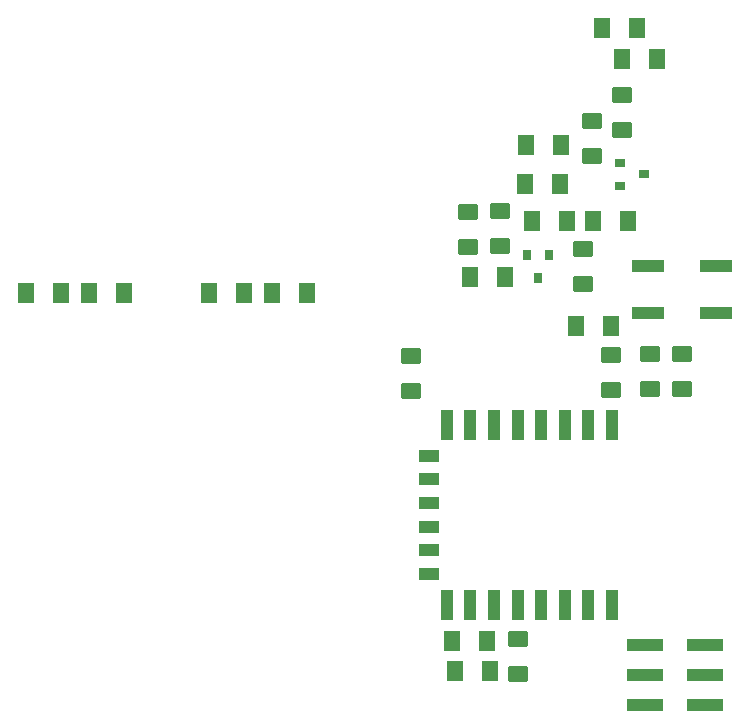
<source format=gtp>
%TF.GenerationSoftware,KiCad,Pcbnew,(6.0.1)*%
%TF.CreationDate,2022-01-24T21:35:52+01:00*%
%TF.ProjectId,SmartSwitch,536d6172-7453-4776-9974-63682e6b6963,rev?*%
%TF.SameCoordinates,Original*%
%TF.FileFunction,Paste,Top*%
%TF.FilePolarity,Positive*%
%FSLAX46Y46*%
G04 Gerber Fmt 4.6, Leading zero omitted, Abs format (unit mm)*
G04 Created by KiCad (PCBNEW (6.0.1)) date 2022-01-24 21:35:52*
%MOMM*%
%LPD*%
G01*
G04 APERTURE LIST*
G04 Aperture macros list*
%AMRoundRect*
0 Rectangle with rounded corners*
0 $1 Rounding radius*
0 $2 $3 $4 $5 $6 $7 $8 $9 X,Y pos of 4 corners*
0 Add a 4 corners polygon primitive as box body*
4,1,4,$2,$3,$4,$5,$6,$7,$8,$9,$2,$3,0*
0 Add four circle primitives for the rounded corners*
1,1,$1+$1,$2,$3*
1,1,$1+$1,$4,$5*
1,1,$1+$1,$6,$7*
1,1,$1+$1,$8,$9*
0 Add four rect primitives between the rounded corners*
20,1,$1+$1,$2,$3,$4,$5,0*
20,1,$1+$1,$4,$5,$6,$7,0*
20,1,$1+$1,$6,$7,$8,$9,0*
20,1,$1+$1,$8,$9,$2,$3,0*%
G04 Aperture macros list end*
%ADD10R,1.000000X2.500000*%
%ADD11R,1.800000X1.000000*%
%ADD12RoundRect,0.250001X0.462499X0.624999X-0.462499X0.624999X-0.462499X-0.624999X0.462499X-0.624999X0*%
%ADD13RoundRect,0.250001X0.624999X-0.462499X0.624999X0.462499X-0.624999X0.462499X-0.624999X-0.462499X0*%
%ADD14RoundRect,0.250001X-0.462499X-0.624999X0.462499X-0.624999X0.462499X0.624999X-0.462499X0.624999X0*%
%ADD15RoundRect,0.250001X-0.624999X0.462499X-0.624999X-0.462499X0.624999X-0.462499X0.624999X0.462499X0*%
%ADD16R,0.900000X0.800000*%
%ADD17R,0.800000X0.900000*%
%ADD18R,3.150000X1.000000*%
%ADD19R,2.750000X1.000000*%
G04 APERTURE END LIST*
D10*
X166365000Y-120462000D03*
X164365000Y-120462000D03*
X162365000Y-120462000D03*
X160365000Y-120462000D03*
X158365000Y-120462000D03*
X156365000Y-120462000D03*
X154365000Y-120462000D03*
X152365000Y-120462000D03*
D11*
X150865000Y-123062000D03*
X150865000Y-125062000D03*
X150865000Y-127062000D03*
X150865000Y-129062000D03*
X150865000Y-131062000D03*
X150865000Y-133062000D03*
D10*
X152365000Y-135662000D03*
X154365000Y-135662000D03*
X156365000Y-135662000D03*
X158365000Y-135662000D03*
X160365000Y-135662000D03*
X162365000Y-135662000D03*
X164365000Y-135662000D03*
X166365000Y-135662000D03*
D12*
X125073000Y-109266000D03*
X122098000Y-109266000D03*
X157280000Y-107950000D03*
X154305000Y-107950000D03*
X140567000Y-109266000D03*
X137592000Y-109266000D03*
D13*
X164643000Y-97672500D03*
X164643000Y-94697500D03*
D12*
X161979000Y-100076000D03*
X159004000Y-100076000D03*
X156007000Y-141270000D03*
X153032000Y-141270000D03*
D14*
X152832000Y-138730000D03*
X155807000Y-138730000D03*
D13*
X156896000Y-105329000D03*
X156896000Y-102354000D03*
X158420000Y-141578000D03*
X158420000Y-138603000D03*
D15*
X166294000Y-114546000D03*
X166294000Y-117521000D03*
D16*
X167072000Y-98283000D03*
X167072000Y-100183000D03*
X169072000Y-99233000D03*
D15*
X169596000Y-114419000D03*
X169596000Y-117394000D03*
D14*
X159563000Y-103170000D03*
X162538000Y-103170000D03*
D13*
X167200000Y-95500000D03*
X167200000Y-92525000D03*
D14*
X116764000Y-109266000D03*
X119739000Y-109266000D03*
X163319000Y-112060000D03*
X166294000Y-112060000D03*
D15*
X149300000Y-114612500D03*
X149300000Y-117587500D03*
X163881000Y-105583000D03*
X163881000Y-108558000D03*
D12*
X167687500Y-103200000D03*
X164712500Y-103200000D03*
D14*
X132258000Y-109266000D03*
X135233000Y-109266000D03*
D17*
X161031000Y-106045000D03*
X159131000Y-106045000D03*
X160081000Y-108045000D03*
D15*
X172263000Y-114473000D03*
X172263000Y-117448000D03*
D14*
X165512500Y-86800000D03*
X168487500Y-86800000D03*
X159077000Y-96774000D03*
X162052000Y-96774000D03*
D18*
X169175000Y-139060000D03*
X174225000Y-139060000D03*
X169175000Y-141600000D03*
X174225000Y-141600000D03*
X169175000Y-144140000D03*
X174225000Y-144140000D03*
D12*
X170187500Y-89500000D03*
X167212500Y-89500000D03*
D15*
X154178000Y-102435000D03*
X154178000Y-105410000D03*
D19*
X169383000Y-111012000D03*
X175143000Y-111012000D03*
X169383000Y-107012000D03*
X175143000Y-107012000D03*
M02*

</source>
